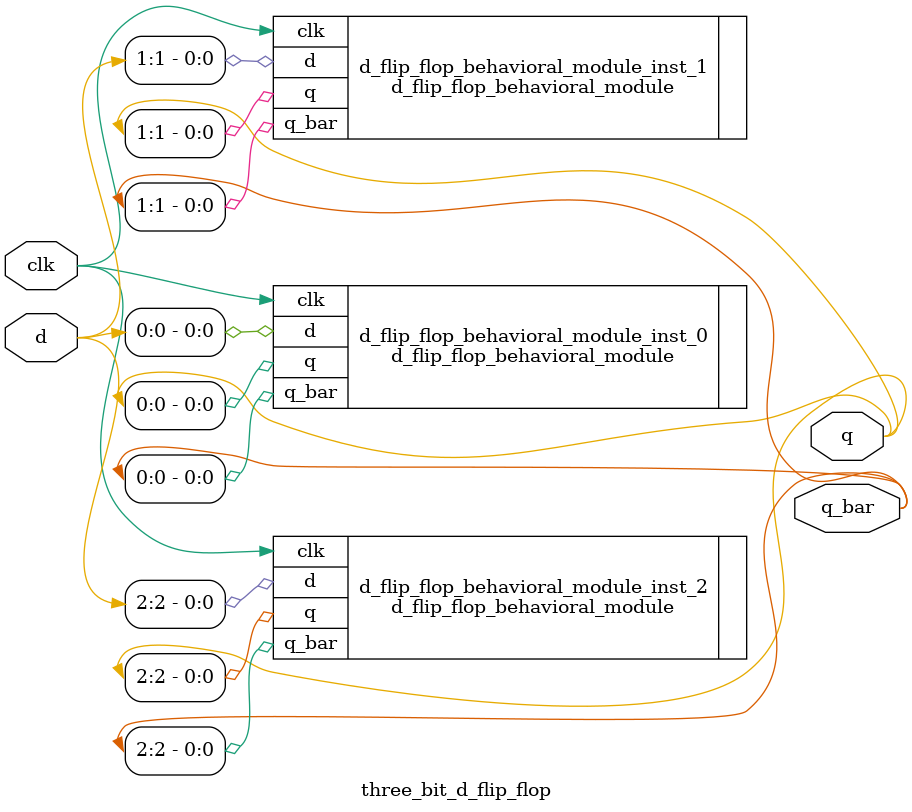
<source format=v>
module three_bit_d_flip_flop(d,clk,q,q_bar);
    input [2:0] d;
    input clk;
    output [2:0] q;
    output [2:0] q_bar;

    d_flip_flop_behavioral_module d_flip_flop_behavioral_module_inst_0(.d(d[0]), .clk(clk), .q(q[0]), .q_bar(q_bar[0]));
    d_flip_flop_behavioral_module d_flip_flop_behavioral_module_inst_1(.d(d[1]), .clk(clk), .q(q[1]), .q_bar(q_bar[1]));
    d_flip_flop_behavioral_module d_flip_flop_behavioral_module_inst_2(.d(d[2]), .clk(clk), .q(q[2]), .q_bar(q_bar[2]));
endmodule

</source>
